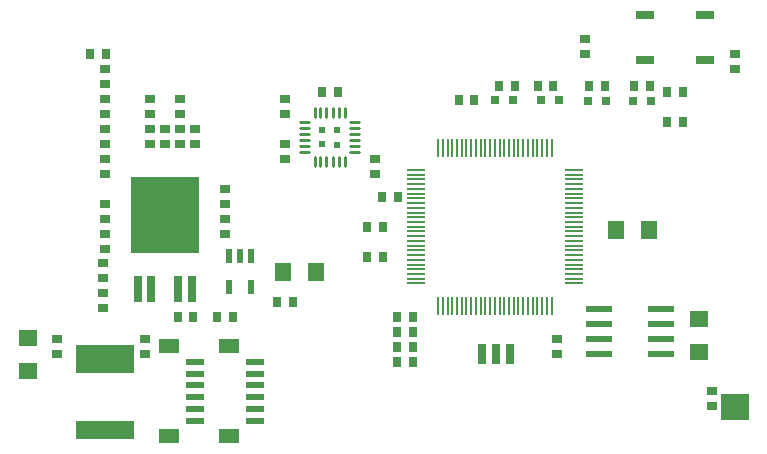
<source format=gtp>
G75*
G70*
%OFA0B0*%
%FSLAX24Y24*%
%IPPOS*%
%LPD*%
%AMOC8*
5,1,8,0,0,1.08239X$1,22.5*
%
%ADD10R,0.0276X0.0354*%
%ADD11R,0.0315X0.0315*%
%ADD12R,0.0630X0.0551*%
%ADD13R,0.0354X0.0276*%
%ADD14R,0.0551X0.0630*%
%ADD15R,0.0079X0.0591*%
%ADD16R,0.0591X0.0079*%
%ADD17R,0.0250X0.0500*%
%ADD18R,0.0960X0.0900*%
%ADD19R,0.0600X0.0300*%
%ADD20R,0.0276X0.0669*%
%ADD21R,0.0217X0.0472*%
%ADD22R,0.2283X0.2520*%
%ADD23R,0.0315X0.0866*%
%ADD24R,0.0709X0.0472*%
%ADD25R,0.0610X0.0236*%
%ADD26R,0.0870X0.0240*%
%ADD27R,0.0190X0.0190*%
%ADD28C,0.0100*%
%ADD29R,0.1969X0.0945*%
%ADD30R,0.1969X0.0630*%
D10*
X013574Y007500D03*
X014086Y007500D03*
X014086Y008000D03*
X013574Y008000D03*
X013574Y008500D03*
X014086Y008500D03*
X014086Y009000D03*
X013574Y009000D03*
X010086Y009500D03*
X009574Y009500D03*
X008086Y009000D03*
X007574Y009000D03*
X006776Y008990D03*
X006264Y008990D03*
X012574Y011000D03*
X013086Y011000D03*
X013086Y012000D03*
X012574Y012000D03*
X013074Y013000D03*
X013586Y013000D03*
X015634Y016220D03*
X016146Y016220D03*
X016974Y016700D03*
X017486Y016700D03*
X018254Y016700D03*
X018766Y016700D03*
X019974Y016700D03*
X020486Y016700D03*
X021474Y016700D03*
X021986Y016700D03*
X022574Y016500D03*
X023086Y016500D03*
X023086Y015500D03*
X022574Y015500D03*
X011586Y016500D03*
X011074Y016500D03*
X003861Y017760D03*
X003349Y017760D03*
D11*
X016835Y016220D03*
X017425Y016220D03*
X018385Y016220D03*
X018975Y016220D03*
X019935Y016200D03*
X020525Y016200D03*
X021435Y016200D03*
X022025Y016200D03*
D12*
X023620Y008911D03*
X023620Y007809D03*
X001260Y008301D03*
X001260Y007199D03*
D13*
X002220Y007744D03*
X002220Y008256D03*
X003780Y009294D03*
X003780Y009806D03*
X003780Y010294D03*
X003780Y010806D03*
X003830Y011244D03*
X003830Y011756D03*
X003830Y012244D03*
X003830Y012756D03*
X003830Y013744D03*
X003830Y014256D03*
X003830Y014744D03*
X003830Y015256D03*
X003830Y015744D03*
X003830Y016256D03*
X003830Y016744D03*
X003830Y017256D03*
X005330Y016256D03*
X005330Y015744D03*
X005330Y015256D03*
X005830Y015256D03*
X006330Y015256D03*
X006830Y015256D03*
X006330Y015744D03*
X006330Y016256D03*
X006330Y014744D03*
X005830Y014744D03*
X005330Y014744D03*
X006830Y014744D03*
X007830Y013256D03*
X007830Y012744D03*
X007830Y012256D03*
X007830Y011744D03*
X012830Y013744D03*
X012830Y014256D03*
X009830Y014244D03*
X009830Y014756D03*
X009830Y015744D03*
X009830Y016256D03*
X019830Y017744D03*
X019830Y018256D03*
X024830Y017756D03*
X024830Y017244D03*
X018900Y008266D03*
X018900Y007754D03*
X024080Y006526D03*
X024080Y006014D03*
X005180Y007744D03*
X005180Y008256D03*
D14*
X009779Y010500D03*
X010881Y010500D03*
X020879Y011900D03*
X021981Y011900D03*
D15*
X018720Y009362D03*
X018562Y009362D03*
X018405Y009362D03*
X018247Y009362D03*
X018090Y009362D03*
X017932Y009362D03*
X017775Y009362D03*
X017617Y009362D03*
X017460Y009362D03*
X017302Y009362D03*
X017145Y009362D03*
X016987Y009362D03*
X016830Y009362D03*
X016673Y009362D03*
X016515Y009362D03*
X016358Y009362D03*
X016200Y009362D03*
X016043Y009362D03*
X015885Y009362D03*
X015728Y009362D03*
X015570Y009362D03*
X015413Y009362D03*
X015255Y009362D03*
X015098Y009362D03*
X014940Y009362D03*
X014940Y014638D03*
X015098Y014638D03*
X015255Y014638D03*
X015413Y014638D03*
X015570Y014638D03*
X015728Y014638D03*
X015885Y014638D03*
X016043Y014638D03*
X016200Y014638D03*
X016358Y014638D03*
X016515Y014638D03*
X016673Y014638D03*
X016830Y014638D03*
X016987Y014638D03*
X017145Y014638D03*
X017302Y014638D03*
X017460Y014638D03*
X017617Y014638D03*
X017775Y014638D03*
X017932Y014638D03*
X018090Y014638D03*
X018247Y014638D03*
X018405Y014638D03*
X018562Y014638D03*
X018720Y014638D03*
D16*
X019468Y013890D03*
X019468Y013732D03*
X019468Y013575D03*
X019468Y013417D03*
X019468Y013260D03*
X019468Y013102D03*
X019468Y012945D03*
X019468Y012787D03*
X019468Y012630D03*
X019468Y012472D03*
X019468Y012315D03*
X019468Y012157D03*
X019468Y012000D03*
X019468Y011843D03*
X019468Y011685D03*
X019468Y011528D03*
X019468Y011370D03*
X019468Y011213D03*
X019468Y011055D03*
X019468Y010898D03*
X019468Y010740D03*
X019468Y010583D03*
X019468Y010425D03*
X019468Y010268D03*
X019468Y010110D03*
X014192Y010110D03*
X014192Y010268D03*
X014192Y010425D03*
X014192Y010583D03*
X014192Y010740D03*
X014192Y010898D03*
X014192Y011055D03*
X014192Y011213D03*
X014192Y011370D03*
X014192Y011528D03*
X014192Y011685D03*
X014192Y011843D03*
X014192Y012000D03*
X014192Y012157D03*
X014192Y012315D03*
X014192Y012472D03*
X014192Y012630D03*
X014192Y012787D03*
X014192Y012945D03*
X014192Y013102D03*
X014192Y013260D03*
X014192Y013417D03*
X014192Y013575D03*
X014192Y013732D03*
X014192Y013890D03*
D17*
X024668Y006000D03*
X024992Y006000D03*
D18*
X024830Y006000D03*
D19*
X023830Y017550D03*
X021830Y017550D03*
X021830Y019050D03*
X023830Y019050D03*
D20*
X017352Y007750D03*
X016880Y007750D03*
X016408Y007750D03*
D21*
X008704Y009988D03*
X007956Y009988D03*
X007956Y011012D03*
X008330Y011012D03*
X008704Y011012D03*
D22*
X005830Y012394D03*
D23*
X005381Y009913D03*
X004932Y009913D03*
X006279Y009913D03*
X006728Y009913D03*
D24*
X005954Y005020D03*
X007954Y005020D03*
X007954Y008012D03*
X005954Y008012D03*
D25*
X006830Y007500D03*
X006830Y007106D03*
X006830Y006713D03*
X006830Y006319D03*
X006830Y005925D03*
X006830Y005531D03*
X008830Y005531D03*
X008830Y005925D03*
X008830Y006319D03*
X008830Y006713D03*
X008830Y007106D03*
X008830Y007500D03*
D26*
X020300Y007750D03*
X020300Y008250D03*
X020300Y008750D03*
X020300Y009250D03*
X022360Y009250D03*
X022360Y008750D03*
X022360Y008250D03*
X022360Y007750D03*
D27*
X011555Y014735D03*
X011080Y014750D03*
X011080Y015230D03*
X011555Y015235D03*
D28*
X012000Y015300D02*
X012300Y015300D01*
X012300Y015101D02*
X012000Y015101D01*
X012000Y014891D02*
X012300Y014891D01*
X012300Y014693D02*
X012000Y014693D01*
X012000Y014493D02*
X012300Y014493D01*
X011825Y014329D02*
X011825Y014029D01*
X011625Y014029D02*
X011625Y014329D01*
X011427Y014329D02*
X011427Y014029D01*
X011217Y014029D02*
X011217Y014329D01*
X011018Y014329D02*
X011018Y014029D01*
X010819Y014029D02*
X010819Y014329D01*
X010645Y014493D02*
X010345Y014493D01*
X010345Y014693D02*
X010645Y014693D01*
X010645Y014891D02*
X010345Y014891D01*
X010345Y015101D02*
X010645Y015101D01*
X010645Y015300D02*
X010345Y015300D01*
X010345Y015499D02*
X010645Y015499D01*
X010819Y015663D02*
X010819Y015963D01*
X011018Y015963D02*
X011018Y015663D01*
X011217Y015663D02*
X011217Y015963D01*
X011427Y015963D02*
X011427Y015663D01*
X011625Y015663D02*
X011625Y015963D01*
X011825Y015963D02*
X011825Y015663D01*
X012000Y015499D02*
X012300Y015499D01*
D29*
X003830Y007602D03*
D30*
X003830Y005240D03*
M02*

</source>
